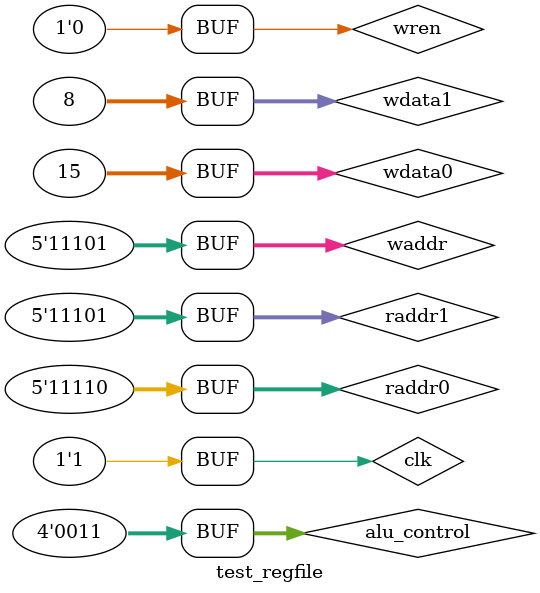
<source format=v>
`timescale 1ns / 1ps


module test_regfile;

	// Inputs
	reg clk;
	reg [4:0] raddr0;
	reg [4:0] raddr1;
	reg [4:0] waddr;
	reg [31:0] wdata0;
	reg [31:0] wdata1;
	reg wren;
	reg [3:0] alu_control;

	// Outputs
	wire [31:0] rdata0;
	wire [31:0] rdata1;

	// Instantiate the Unit Under Test (UUT)
	register_file uut (
		.clk(clk), 
		.raddr0(raddr0), 
		.raddr1(raddr1), 
		.waddr(waddr), 
		.wdata0(wdata0), 
		.wdata1(wdata1), 
		.wren(wren), 
		.alu_control(alu_control), 
		.rdata0(rdata0), 
		.rdata1(rdata1)
	);

	initial begin
		// Initialize Inputs
		clk = 0;
		raddr0 = 19;
		raddr1 = 20;
		waddr = 0;
		wdata0 = 0;
		wdata1 = 0;
		wren = 0;
		alu_control = 0;

		// Wait 100 ns for global reset to finish
		#50;
        wren=1;
        alu_control = 1;
        wdata0 = 5;
		wdata1 = 6;
        clk=1;
        
        #50;
        clk=0;
        
        #50;
        alu_control = 2;
        wdata0 = 7;
		wdata1 = 8;
        clk=1;
        
        #50;
        clk=0;
        
        #50;
        alu_control = 3;
        wdata0 = 5;
        waddr = 30;
        clk=1;
        
         #50;
        clk=0;
        
        #50;
        wdata0 = 15;
        waddr = 29;
        clk=1;
        
         #50;
        clk=0;
        
         #50;
        wren=0;
        raddr0=30;
        raddr1=29;        
        clk=1;
		// Add stimulus here

	end
      
endmodule


</source>
